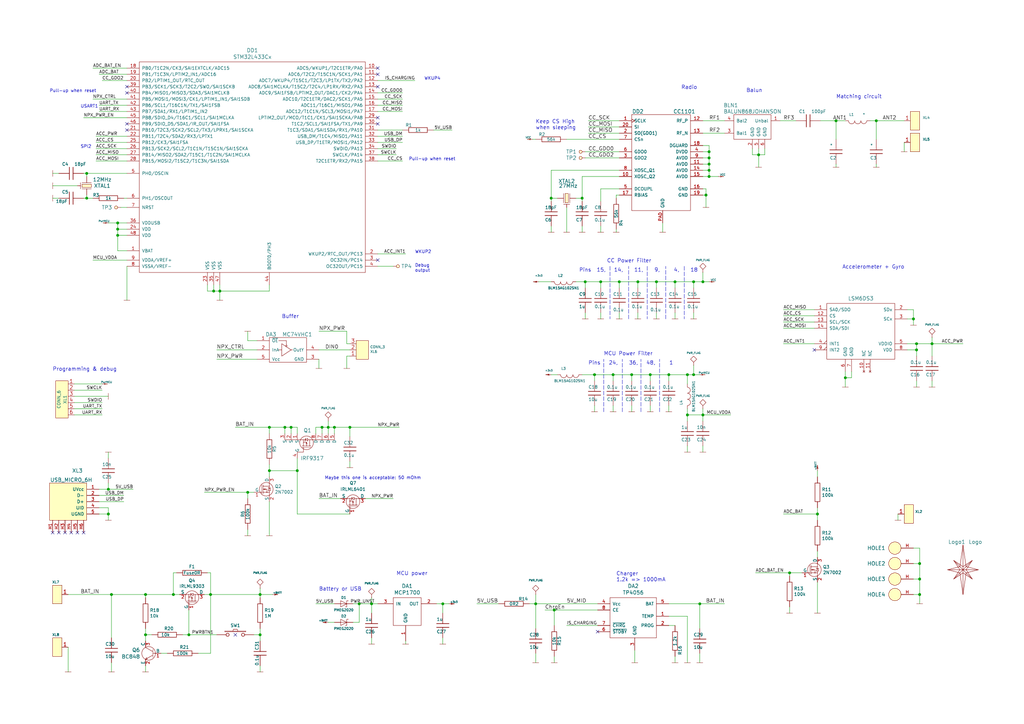
<source format=kicad_sch>
(kicad_sch (version 20210126) (generator eeschema)
  (paper "A3")
  (junction (at 35.56 71.12) (diameter 1.016))
  (junction (at 35.56 81.28) (diameter 1.016))
  (junction (at 44.45 200.66) (diameter 1.016))
  (junction (at 44.45 210.82) (diameter 1.016))
  (junction (at 45.72 243.84) (diameter 1.016))
  (junction (at 48.26 91.44) (diameter 1.016))
  (junction (at 48.26 93.98) (diameter 1.016))
  (junction (at 48.26 96.52) (diameter 1.016))
  (junction (at 59.69 243.84) (diameter 1.016))
  (junction (at 59.69 260.35) (diameter 1.016))
  (junction (at 71.12 243.84) (diameter 1.016))
  (junction (at 77.47 260.35) (diameter 1.016))
  (junction (at 86.36 243.84) (diameter 1.016))
  (junction (at 87.63 119.38) (diameter 1.016))
  (junction (at 90.17 119.38) (diameter 1.016))
  (junction (at 101.6 201.93) (diameter 1.016))
  (junction (at 106.68 243.84) (diameter 1.016))
  (junction (at 106.68 260.35) (diameter 1.016))
  (junction (at 110.49 175.26) (diameter 1.016))
  (junction (at 110.49 193.04) (diameter 1.016))
  (junction (at 116.84 175.26) (diameter 1.016))
  (junction (at 119.38 175.26) (diameter 1.016))
  (junction (at 121.92 193.04) (diameter 1.016))
  (junction (at 132.08 175.26) (diameter 1.016))
  (junction (at 134.62 175.26) (diameter 1.016))
  (junction (at 137.16 175.26) (diameter 1.016))
  (junction (at 143.51 175.26) (diameter 1.016))
  (junction (at 147.32 247.65) (diameter 1.016))
  (junction (at 152.4 247.65) (diameter 1.016))
  (junction (at 181.61 247.65) (diameter 1.016))
  (junction (at 219.71 247.65) (diameter 1.016))
  (junction (at 226.06 81.28) (diameter 1.016))
  (junction (at 227.33 250.19) (diameter 1.016))
  (junction (at 238.76 81.28) (diameter 1.016))
  (junction (at 240.03 115.57) (diameter 1.016))
  (junction (at 243.84 153.67) (diameter 1.016))
  (junction (at 246.38 115.57) (diameter 1.016))
  (junction (at 251.46 153.67) (diameter 1.016))
  (junction (at 254 115.57) (diameter 1.016))
  (junction (at 259.08 153.67) (diameter 1.016))
  (junction (at 261.62 115.57) (diameter 1.016))
  (junction (at 266.7 153.67) (diameter 1.016))
  (junction (at 269.24 115.57) (diameter 1.016))
  (junction (at 274.32 153.67) (diameter 1.016))
  (junction (at 276.86 115.57) (diameter 1.016))
  (junction (at 281.94 153.67) (diameter 1.016))
  (junction (at 281.94 170.18) (diameter 1.016))
  (junction (at 284.48 115.57) (diameter 1.016))
  (junction (at 284.48 153.67) (diameter 1.016))
  (junction (at 287.02 247.65) (diameter 1.016))
  (junction (at 288.29 115.57) (diameter 1.016))
  (junction (at 288.29 170.18) (diameter 1.016))
  (junction (at 289.56 80.01) (diameter 1.016))
  (junction (at 290.83 62.23) (diameter 1.016))
  (junction (at 290.83 64.77) (diameter 1.016))
  (junction (at 290.83 67.31) (diameter 1.016))
  (junction (at 290.83 69.85) (diameter 1.016))
  (junction (at 290.83 72.39) (diameter 1.016))
  (junction (at 311.15 63.5) (diameter 1.016))
  (junction (at 323.85 234.95) (diameter 1.016))
  (junction (at 335.28 210.82) (diameter 1.016))
  (junction (at 342.9 49.53) (diameter 1.016))
  (junction (at 346.71 154.94) (diameter 1.016))
  (junction (at 359.41 49.53) (diameter 1.016))
  (junction (at 374.65 130.81) (diameter 1.016))
  (junction (at 375.92 140.97) (diameter 1.016))
  (junction (at 375.92 143.51) (diameter 1.016))
  (junction (at 377.19 231.14) (diameter 1.016))
  (junction (at 377.19 237.49) (diameter 1.016))
  (junction (at 377.19 243.84) (diameter 1.016))
  (junction (at 382.27 140.97) (diameter 1.016))
  (no_connect (at 21.59 218.44))
  (no_connect (at 24.13 218.44))
  (no_connect (at 26.67 218.44))
  (no_connect (at 29.21 218.44))
  (no_connect (at 31.75 218.44))
  (no_connect (at 34.29 218.44))
  (no_connect (at 52.07 35.56))
  (no_connect (at 52.07 38.1))
  (no_connect (at 52.07 50.8))
  (no_connect (at 52.07 53.34))
  (no_connect (at 96.52 260.35))
  (no_connect (at 154.94 27.94))
  (no_connect (at 154.94 30.48))
  (no_connect (at 154.94 35.56))
  (no_connect (at 154.94 48.26))
  (no_connect (at 154.94 50.8))
  (no_connect (at 154.94 106.68))
  (no_connect (at 245.11 259.08))
  (no_connect (at 334.01 143.51))
  (wire (pts (xy 24.13 71.12) (xy 21.59 71.12)))
  (wire (pts (xy 24.13 81.28) (xy 21.59 81.28)))
  (wire (pts (xy 27.94 243.84) (xy 45.72 243.84)))
  (wire (pts (xy 27.94 265.43) (xy 27.94 275.59)))
  (wire (pts (xy 30.48 157.48) (xy 41.91 157.48)))
  (wire (pts (xy 30.48 162.56) (xy 44.45 162.56)))
  (wire (pts (xy 30.48 165.1) (xy 41.91 165.1)))
  (wire (pts (xy 30.48 167.64) (xy 41.91 167.64)))
  (wire (pts (xy 30.48 170.18) (xy 41.91 170.18)))
  (wire (pts (xy 31.75 76.2) (xy 21.59 76.2)))
  (wire (pts (xy 34.29 48.26) (xy 52.07 48.26)))
  (wire (pts (xy 34.29 81.28) (xy 35.56 81.28)))
  (wire (pts (xy 35.56 71.12) (xy 34.29 71.12)))
  (wire (pts (xy 35.56 71.12) (xy 35.56 72.39)))
  (wire (pts (xy 35.56 71.12) (xy 52.07 71.12)))
  (wire (pts (xy 35.56 80.01) (xy 35.56 81.28)))
  (wire (pts (xy 35.56 81.28) (xy 38.1 81.28)))
  (wire (pts (xy 38.1 27.94) (xy 52.07 27.94)))
  (wire (pts (xy 38.1 40.64) (xy 52.07 40.64)))
  (wire (pts (xy 38.1 106.68) (xy 52.07 106.68)))
  (wire (pts (xy 39.37 58.42) (xy 52.07 58.42)))
  (wire (pts (xy 39.37 60.96) (xy 52.07 60.96)))
  (wire (pts (xy 39.37 63.5) (xy 52.07 63.5)))
  (wire (pts (xy 40.64 30.48) (xy 52.07 30.48)))
  (wire (pts (xy 40.64 43.18) (xy 52.07 43.18)))
  (wire (pts (xy 40.64 200.66) (xy 44.45 200.66)))
  (wire (pts (xy 40.64 205.74) (xy 50.8 205.74)))
  (wire (pts (xy 40.64 208.28) (xy 44.45 208.28)))
  (wire (pts (xy 41.91 33.02) (xy 52.07 33.02)))
  (wire (pts (xy 41.91 160.02) (xy 30.48 160.02)))
  (wire (pts (xy 44.45 91.44) (xy 48.26 91.44)))
  (wire (pts (xy 44.45 187.96) (xy 44.45 185.42)))
  (wire (pts (xy 44.45 198.12) (xy 44.45 200.66)))
  (wire (pts (xy 44.45 200.66) (xy 54.61 200.66)))
  (wire (pts (xy 44.45 208.28) (xy 44.45 210.82)))
  (wire (pts (xy 44.45 210.82) (xy 40.64 210.82)))
  (wire (pts (xy 44.45 210.82) (xy 44.45 213.36)))
  (wire (pts (xy 45.72 243.84) (xy 45.72 261.62)))
  (wire (pts (xy 45.72 243.84) (xy 59.69 243.84)))
  (wire (pts (xy 45.72 275.59) (xy 45.72 271.78)))
  (wire (pts (xy 48.26 91.44) (xy 52.07 91.44)))
  (wire (pts (xy 48.26 93.98) (xy 48.26 91.44)))
  (wire (pts (xy 48.26 96.52) (xy 48.26 93.98)))
  (wire (pts (xy 48.26 102.87) (xy 48.26 96.52)))
  (wire (pts (xy 49.53 85.09) (xy 52.07 85.09)))
  (wire (pts (xy 50.8 81.28) (xy 52.07 81.28)))
  (wire (pts (xy 50.8 203.2) (xy 40.64 203.2)))
  (wire (pts (xy 52.07 45.72) (xy 40.64 45.72)))
  (wire (pts (xy 52.07 55.88) (xy 39.37 55.88)))
  (wire (pts (xy 52.07 66.04) (xy 39.37 66.04)))
  (wire (pts (xy 52.07 93.98) (xy 48.26 93.98)))
  (wire (pts (xy 52.07 96.52) (xy 48.26 96.52)))
  (wire (pts (xy 52.07 102.87) (xy 48.26 102.87)))
  (wire (pts (xy 52.07 123.19) (xy 52.07 109.22)))
  (wire (pts (xy 59.69 243.84) (xy 71.12 243.84)))
  (wire (pts (xy 59.69 245.11) (xy 59.69 243.84)))
  (wire (pts (xy 59.69 257.81) (xy 59.69 260.35)))
  (wire (pts (xy 59.69 260.35) (xy 59.69 262.89)))
  (wire (pts (xy 59.69 260.35) (xy 62.23 260.35)))
  (wire (pts (xy 59.69 275.59) (xy 59.69 273.05)))
  (wire (pts (xy 66.04 267.97) (xy 68.58 267.97)))
  (wire (pts (xy 71.12 234.95) (xy 71.12 243.84)))
  (wire (pts (xy 71.12 243.84) (xy 73.66 243.84)))
  (wire (pts (xy 72.39 234.95) (xy 71.12 234.95)))
  (wire (pts (xy 74.93 260.35) (xy 77.47 260.35)))
  (wire (pts (xy 77.47 250.19) (xy 77.47 260.35)))
  (wire (pts (xy 77.47 260.35) (xy 88.9 260.35)))
  (wire (pts (xy 81.28 267.97) (xy 86.36 267.97)))
  (wire (pts (xy 83.82 201.93) (xy 101.6 201.93)))
  (wire (pts (xy 83.82 243.84) (xy 86.36 243.84)))
  (wire (pts (xy 85.09 116.84) (xy 85.09 119.38)))
  (wire (pts (xy 85.09 119.38) (xy 87.63 119.38)))
  (wire (pts (xy 85.09 234.95) (xy 86.36 234.95)))
  (wire (pts (xy 86.36 234.95) (xy 86.36 243.84)))
  (wire (pts (xy 86.36 243.84) (xy 106.68 243.84)))
  (wire (pts (xy 86.36 267.97) (xy 86.36 243.84)))
  (wire (pts (xy 87.63 116.84) (xy 87.63 119.38)))
  (wire (pts (xy 87.63 119.38) (xy 90.17 119.38)))
  (wire (pts (xy 88.9 143.51) (xy 105.41 143.51)))
  (wire (pts (xy 88.9 147.32) (xy 105.41 147.32)))
  (wire (pts (xy 90.17 119.38) (xy 90.17 116.84)))
  (wire (pts (xy 90.17 119.38) (xy 110.49 119.38)))
  (wire (pts (xy 90.17 123.19) (xy 90.17 119.38)))
  (wire (pts (xy 96.52 175.26) (xy 110.49 175.26)))
  (wire (pts (xy 101.6 139.7) (xy 101.6 135.89)))
  (wire (pts (xy 101.6 201.93) (xy 101.6 204.47)))
  (wire (pts (xy 101.6 219.71) (xy 101.6 217.17)))
  (wire (pts (xy 104.14 201.93) (xy 101.6 201.93)))
  (wire (pts (xy 104.14 260.35) (xy 106.68 260.35)))
  (wire (pts (xy 105.41 139.7) (xy 101.6 139.7)))
  (wire (pts (xy 106.68 241.3) (xy 106.68 243.84)))
  (wire (pts (xy 106.68 243.84) (xy 106.68 245.11)))
  (wire (pts (xy 106.68 243.84) (xy 111.76 243.84)))
  (wire (pts (xy 106.68 257.81) (xy 106.68 260.35)))
  (wire (pts (xy 106.68 260.35) (xy 106.68 262.89)))
  (wire (pts (xy 106.68 275.59) (xy 106.68 273.05)))
  (wire (pts (xy 110.49 119.38) (xy 110.49 116.84)))
  (wire (pts (xy 110.49 175.26) (xy 110.49 177.8)))
  (wire (pts (xy 110.49 175.26) (xy 116.84 175.26)))
  (wire (pts (xy 110.49 190.5) (xy 110.49 193.04)))
  (wire (pts (xy 110.49 193.04) (xy 110.49 195.58)))
  (wire (pts (xy 110.49 219.71) (xy 110.49 205.74)))
  (wire (pts (xy 116.84 175.26) (xy 116.84 177.8)))
  (wire (pts (xy 116.84 175.26) (xy 119.38 175.26)))
  (wire (pts (xy 119.38 175.26) (xy 119.38 177.8)))
  (wire (pts (xy 119.38 175.26) (xy 121.92 175.26)))
  (wire (pts (xy 121.92 175.26) (xy 121.92 177.8)))
  (wire (pts (xy 121.92 187.96) (xy 121.92 193.04)))
  (wire (pts (xy 121.92 193.04) (xy 110.49 193.04)))
  (wire (pts (xy 121.92 210.82) (xy 121.92 193.04)))
  (wire (pts (xy 129.54 175.26) (xy 132.08 175.26)))
  (wire (pts (xy 129.54 177.8) (xy 129.54 175.26)))
  (wire (pts (xy 129.54 247.65) (xy 137.16 247.65)))
  (wire (pts (xy 130.81 135.89) (xy 142.24 135.89)))
  (wire (pts (xy 130.81 147.32) (xy 130.81 151.13)))
  (wire (pts (xy 130.81 204.47) (xy 139.7 204.47)))
  (wire (pts (xy 132.08 175.26) (xy 132.08 177.8)))
  (wire (pts (xy 132.08 175.26) (xy 134.62 175.26)))
  (wire (pts (xy 134.62 172.72) (xy 134.62 175.26)))
  (wire (pts (xy 134.62 175.26) (xy 134.62 177.8)))
  (wire (pts (xy 134.62 175.26) (xy 137.16 175.26)))
  (wire (pts (xy 137.16 175.26) (xy 137.16 177.8)))
  (wire (pts (xy 137.16 175.26) (xy 143.51 175.26)))
  (wire (pts (xy 137.16 255.27) (xy 134.62 255.27)))
  (wire (pts (xy 142.24 135.89) (xy 142.24 140.97)))
  (wire (pts (xy 142.24 140.97) (xy 143.51 140.97)))
  (wire (pts (xy 142.24 146.05) (xy 142.24 151.13)))
  (wire (pts (xy 142.24 146.05) (xy 143.51 146.05)))
  (wire (pts (xy 143.51 143.51) (xy 130.81 143.51)))
  (wire (pts (xy 143.51 175.26) (xy 163.83 175.26)))
  (wire (pts (xy 143.51 179.07) (xy 143.51 175.26)))
  (wire (pts (xy 143.51 189.23) (xy 143.51 191.77)))
  (wire (pts (xy 143.51 210.82) (xy 121.92 210.82)))
  (wire (pts (xy 144.78 247.65) (xy 147.32 247.65)))
  (wire (pts (xy 144.78 255.27) (xy 147.32 255.27)))
  (wire (pts (xy 147.32 247.65) (xy 152.4 247.65)))
  (wire (pts (xy 147.32 255.27) (xy 147.32 247.65)))
  (wire (pts (xy 149.86 204.47) (xy 161.29 204.47)))
  (wire (pts (xy 152.4 247.65) (xy 152.4 245.11)))
  (wire (pts (xy 152.4 247.65) (xy 152.4 251.46)))
  (wire (pts (xy 152.4 247.65) (xy 154.94 247.65)))
  (wire (pts (xy 152.4 261.62) (xy 152.4 264.16)))
  (wire (pts (xy 154.94 40.64) (xy 165.1 40.64)))
  (wire (pts (xy 154.94 45.72) (xy 165.1 45.72)))
  (wire (pts (xy 154.94 53.34) (xy 165.1 53.34)))
  (wire (pts (xy 154.94 58.42) (xy 165.1 58.42)))
  (wire (pts (xy 154.94 60.96) (xy 162.56 60.96)))
  (wire (pts (xy 154.94 63.5) (xy 162.56 63.5)))
  (wire (pts (xy 161.29 109.22) (xy 154.94 109.22)))
  (wire (pts (xy 165.1 38.1) (xy 154.94 38.1)))
  (wire (pts (xy 165.1 43.18) (xy 154.94 43.18)))
  (wire (pts (xy 165.1 55.88) (xy 154.94 55.88)))
  (wire (pts (xy 165.1 66.04) (xy 154.94 66.04)))
  (wire (pts (xy 166.37 104.14) (xy 154.94 104.14)))
  (wire (pts (xy 166.37 264.16) (xy 166.37 262.89)))
  (wire (pts (xy 170.18 33.02) (xy 154.94 33.02)))
  (wire (pts (xy 177.8 53.34) (xy 185.42 53.34)))
  (wire (pts (xy 179.07 247.65) (xy 181.61 247.65)))
  (wire (pts (xy 181.61 247.65) (xy 181.61 251.46)))
  (wire (pts (xy 181.61 247.65) (xy 184.15 247.65)))
  (wire (pts (xy 181.61 261.62) (xy 181.61 264.16)))
  (wire (pts (xy 195.58 247.65) (xy 204.47 247.65)))
  (wire (pts (xy 217.17 247.65) (xy 219.71 247.65)))
  (wire (pts (xy 218.44 57.15) (xy 219.71 57.15)))
  (wire (pts (xy 219.71 243.84) (xy 219.71 247.65)))
  (wire (pts (xy 219.71 247.65) (xy 219.71 257.81)))
  (wire (pts (xy 219.71 247.65) (xy 245.11 247.65)))
  (wire (pts (xy 219.71 271.78) (xy 219.71 267.97)))
  (wire (pts (xy 220.98 115.57) (xy 226.06 115.57)))
  (wire (pts (xy 223.52 250.19) (xy 227.33 250.19)))
  (wire (pts (xy 226.06 69.85) (xy 226.06 81.28)))
  (wire (pts (xy 226.06 81.28) (xy 226.06 82.55)))
  (wire (pts (xy 226.06 92.71) (xy 226.06 95.25)))
  (wire (pts (xy 226.06 153.67) (xy 228.6 153.67)))
  (wire (pts (xy 227.33 250.19) (xy 245.11 250.19)))
  (wire (pts (xy 227.33 256.54) (xy 227.33 250.19)))
  (wire (pts (xy 227.33 269.24) (xy 227.33 271.78)))
  (wire (pts (xy 228.6 81.28) (xy 226.06 81.28)))
  (wire (pts (xy 232.41 57.15) (xy 254 57.15)))
  (wire (pts (xy 232.41 85.09) (xy 232.41 95.25)))
  (wire (pts (xy 232.41 256.54) (xy 245.11 256.54)))
  (wire (pts (xy 236.22 81.28) (xy 238.76 81.28)))
  (wire (pts (xy 236.22 115.57) (xy 240.03 115.57)))
  (wire (pts (xy 238.76 72.39) (xy 254 72.39)))
  (wire (pts (xy 238.76 81.28) (xy 238.76 72.39)))
  (wire (pts (xy 238.76 82.55) (xy 238.76 81.28)))
  (wire (pts (xy 238.76 92.71) (xy 238.76 95.25)))
  (wire (pts (xy 238.76 153.67) (xy 243.84 153.67)))
  (wire (pts (xy 240.03 62.23) (xy 254 62.23)))
  (wire (pts (xy 240.03 64.77) (xy 254 64.77)))
  (wire (pts (xy 240.03 115.57) (xy 246.38 115.57)))
  (wire (pts (xy 240.03 118.11) (xy 240.03 115.57)))
  (wire (pts (xy 240.03 128.27) (xy 240.03 130.81)))
  (wire (pts (xy 241.3 49.53) (xy 254 49.53)))
  (wire (pts (xy 241.3 52.07) (xy 254 52.07)))
  (wire (pts (xy 241.3 54.61) (xy 254 54.61)))
  (wire (pts (xy 243.84 153.67) (xy 251.46 153.67)))
  (wire (pts (xy 243.84 156.21) (xy 243.84 153.67)))
  (wire (pts (xy 243.84 166.37) (xy 243.84 168.91)))
  (wire (pts (xy 246.38 77.47) (xy 246.38 82.55)))
  (wire (pts (xy 246.38 92.71) (xy 246.38 95.25)))
  (wire (pts (xy 246.38 115.57) (xy 254 115.57)))
  (wire (pts (xy 246.38 118.11) (xy 246.38 115.57)))
  (wire (pts (xy 246.38 128.27) (xy 246.38 130.81)))
  (wire (pts (xy 251.46 153.67) (xy 259.08 153.67)))
  (wire (pts (xy 251.46 156.21) (xy 251.46 153.67)))
  (wire (pts (xy 251.46 166.37) (xy 251.46 168.91)))
  (wire (pts (xy 252.73 80.01) (xy 254 80.01)))
  (wire (pts (xy 252.73 81.28) (xy 252.73 80.01)))
  (wire (pts (xy 252.73 93.98) (xy 252.73 95.25)))
  (wire (pts (xy 254 69.85) (xy 226.06 69.85)))
  (wire (pts (xy 254 77.47) (xy 246.38 77.47)))
  (wire (pts (xy 254 115.57) (xy 261.62 115.57)))
  (wire (pts (xy 254 118.11) (xy 254 115.57)))
  (wire (pts (xy 254 128.27) (xy 254 130.81)))
  (wire (pts (xy 259.08 153.67) (xy 266.7 153.67)))
  (wire (pts (xy 259.08 156.21) (xy 259.08 153.67)))
  (wire (pts (xy 259.08 166.37) (xy 259.08 168.91)))
  (wire (pts (xy 260.35 266.7) (xy 260.35 271.78)))
  (wire (pts (xy 261.62 115.57) (xy 269.24 115.57)))
  (wire (pts (xy 261.62 118.11) (xy 261.62 115.57)))
  (wire (pts (xy 261.62 128.27) (xy 261.62 130.81)))
  (wire (pts (xy 266.7 153.67) (xy 274.32 153.67)))
  (wire (pts (xy 266.7 156.21) (xy 266.7 153.67)))
  (wire (pts (xy 266.7 166.37) (xy 266.7 168.91)))
  (wire (pts (xy 269.24 115.57) (xy 276.86 115.57)))
  (wire (pts (xy 269.24 118.11) (xy 269.24 115.57)))
  (wire (pts (xy 269.24 128.27) (xy 269.24 130.81)))
  (wire (pts (xy 271.78 91.44) (xy 271.78 95.25)))
  (wire (pts (xy 274.32 153.67) (xy 281.94 153.67)))
  (wire (pts (xy 274.32 156.21) (xy 274.32 153.67)))
  (wire (pts (xy 274.32 166.37) (xy 274.32 168.91)))
  (wire (pts (xy 274.32 247.65) (xy 287.02 247.65)))
  (wire (pts (xy 274.32 256.54) (xy 276.86 256.54)))
  (wire (pts (xy 276.86 115.57) (xy 284.48 115.57)))
  (wire (pts (xy 276.86 118.11) (xy 276.86 115.57)))
  (wire (pts (xy 276.86 128.27) (xy 276.86 130.81)))
  (wire (pts (xy 276.86 271.78) (xy 276.86 269.24)))
  (wire (pts (xy 281.94 153.67) (xy 284.48 153.67)))
  (wire (pts (xy 281.94 157.48) (xy 281.94 153.67)))
  (wire (pts (xy 281.94 167.64) (xy 281.94 170.18)))
  (wire (pts (xy 281.94 170.18) (xy 281.94 172.72)))
  (wire (pts (xy 281.94 170.18) (xy 288.29 170.18)))
  (wire (pts (xy 281.94 182.88) (xy 281.94 185.42)))
  (wire (pts (xy 281.94 252.73) (xy 274.32 252.73)))
  (wire (pts (xy 281.94 252.73) (xy 281.94 271.78)))
  (wire (pts (xy 284.48 115.57) (xy 288.29 115.57)))
  (wire (pts (xy 284.48 118.11) (xy 284.48 115.57)))
  (wire (pts (xy 284.48 128.27) (xy 284.48 130.81)))
  (wire (pts (xy 284.48 153.67) (xy 284.48 149.86)))
  (wire (pts (xy 284.48 153.67) (xy 287.02 153.67)))
  (wire (pts (xy 287.02 247.65) (xy 297.18 247.65)))
  (wire (pts (xy 287.02 257.81) (xy 287.02 247.65)))
  (wire (pts (xy 287.02 271.78) (xy 287.02 267.97)))
  (wire (pts (xy 288.29 49.53) (xy 297.18 49.53)))
  (wire (pts (xy 288.29 59.69) (xy 290.83 59.69)))
  (wire (pts (xy 288.29 62.23) (xy 290.83 62.23)))
  (wire (pts (xy 288.29 64.77) (xy 290.83 64.77)))
  (wire (pts (xy 288.29 67.31) (xy 290.83 67.31)))
  (wire (pts (xy 288.29 69.85) (xy 290.83 69.85)))
  (wire (pts (xy 288.29 72.39) (xy 290.83 72.39)))
  (wire (pts (xy 288.29 80.01) (xy 289.56 80.01)))
  (wire (pts (xy 288.29 115.57) (xy 288.29 111.76)))
  (wire (pts (xy 288.29 115.57) (xy 290.83 115.57)))
  (wire (pts (xy 288.29 167.64) (xy 288.29 170.18)))
  (wire (pts (xy 288.29 170.18) (xy 288.29 172.72)))
  (wire (pts (xy 288.29 170.18) (xy 299.72 170.18)))
  (wire (pts (xy 288.29 182.88) (xy 288.29 185.42)))
  (wire (pts (xy 289.56 77.47) (xy 288.29 77.47)))
  (wire (pts (xy 289.56 80.01) (xy 289.56 77.47)))
  (wire (pts (xy 289.56 85.09) (xy 289.56 80.01)))
  (wire (pts (xy 290.83 59.69) (xy 290.83 62.23)))
  (wire (pts (xy 290.83 62.23) (xy 290.83 64.77)))
  (wire (pts (xy 290.83 64.77) (xy 290.83 67.31)))
  (wire (pts (xy 290.83 67.31) (xy 290.83 69.85)))
  (wire (pts (xy 290.83 69.85) (xy 290.83 72.39)))
  (wire (pts (xy 290.83 72.39) (xy 294.64 72.39)))
  (wire (pts (xy 297.18 54.61) (xy 288.29 54.61)))
  (wire (pts (xy 308.61 60.96) (xy 308.61 63.5)))
  (wire (pts (xy 308.61 63.5) (xy 311.15 63.5)))
  (wire (pts (xy 309.88 234.95) (xy 323.85 234.95)))
  (wire (pts (xy 311.15 60.96) (xy 311.15 63.5)))
  (wire (pts (xy 311.15 63.5) (xy 311.15 68.58)))
  (wire (pts (xy 311.15 63.5) (xy 313.69 63.5)))
  (wire (pts (xy 313.69 63.5) (xy 313.69 60.96)))
  (wire (pts (xy 320.04 49.53) (xy 326.39 49.53)))
  (wire (pts (xy 321.31 127) (xy 334.01 127)))
  (wire (pts (xy 321.31 129.54) (xy 334.01 129.54)))
  (wire (pts (xy 321.31 132.08) (xy 334.01 132.08)))
  (wire (pts (xy 321.31 140.97) (xy 334.01 140.97)))
  (wire (pts (xy 321.31 210.82) (xy 335.28 210.82)))
  (wire (pts (xy 323.85 234.95) (xy 323.85 236.22)))
  (wire (pts (xy 323.85 248.92) (xy 323.85 251.46)))
  (wire (pts (xy 328.93 234.95) (xy 323.85 234.95)))
  (wire (pts (xy 334.01 134.62) (xy 321.31 134.62)))
  (wire (pts (xy 335.28 193.04) (xy 335.28 195.58)))
  (wire (pts (xy 335.28 210.82) (xy 335.28 208.28)))
  (wire (pts (xy 335.28 213.36) (xy 335.28 210.82)))
  (wire (pts (xy 335.28 228.6) (xy 335.28 226.06)))
  (wire (pts (xy 335.28 238.76) (xy 335.28 251.46)))
  (wire (pts (xy 336.55 49.53) (xy 342.9 49.53)))
  (wire (pts (xy 342.9 49.53) (xy 342.9 57.15)))
  (wire (pts (xy 342.9 49.53) (xy 346.71 49.53)))
  (wire (pts (xy 342.9 67.31) (xy 342.9 68.58)))
  (wire (pts (xy 346.71 152.4) (xy 346.71 154.94)))
  (wire (pts (xy 346.71 154.94) (xy 346.71 158.75)))
  (wire (pts (xy 349.25 152.4) (xy 349.25 154.94)))
  (wire (pts (xy 349.25 154.94) (xy 346.71 154.94)))
  (wire (pts (xy 356.87 49.53) (xy 359.41 49.53)))
  (wire (pts (xy 359.41 49.53) (xy 359.41 57.15)))
  (wire (pts (xy 359.41 49.53) (xy 370.84 49.53)))
  (wire (pts (xy 359.41 67.31) (xy 359.41 68.58)))
  (wire (pts (xy 368.3 210.82) (xy 368.3 213.36)))
  (wire (pts (xy 370.84 58.42) (xy 370.84 62.23)))
  (wire (pts (xy 372.11 130.81) (xy 374.65 130.81)))
  (wire (pts (xy 372.11 140.97) (xy 375.92 140.97)))
  (wire (pts (xy 372.11 143.51) (xy 375.92 143.51)))
  (wire (pts (xy 374.65 127) (xy 372.11 127)))
  (wire (pts (xy 374.65 127) (xy 374.65 130.81)))
  (wire (pts (xy 374.65 130.81) (xy 374.65 133.35)))
  (wire (pts (xy 374.65 224.79) (xy 377.19 224.79)))
  (wire (pts (xy 374.65 231.14) (xy 377.19 231.14)))
  (wire (pts (xy 374.65 237.49) (xy 377.19 237.49)))
  (wire (pts (xy 374.65 243.84) (xy 377.19 243.84)))
  (wire (pts (xy 375.92 140.97) (xy 375.92 143.51)))
  (wire (pts (xy 375.92 140.97) (xy 382.27 140.97)))
  (wire (pts (xy 375.92 143.51) (xy 375.92 146.05)))
  (wire (pts (xy 375.92 156.21) (xy 375.92 158.75)))
  (wire (pts (xy 377.19 224.79) (xy 377.19 231.14)))
  (wire (pts (xy 377.19 231.14) (xy 377.19 237.49)))
  (wire (pts (xy 377.19 237.49) (xy 377.19 243.84)))
  (wire (pts (xy 377.19 243.84) (xy 377.19 247.65)))
  (wire (pts (xy 382.27 138.43) (xy 382.27 140.97)))
  (wire (pts (xy 382.27 140.97) (xy 382.27 146.05)))
  (wire (pts (xy 382.27 140.97) (xy 394.97 140.97)))
  (wire (pts (xy 382.27 156.21) (xy 382.27 158.75)))
  (polyline (pts (xy 247.65 168.91) (xy 247.65 147.32)) (stroke (width 0) (type dash)))
  (polyline (pts (xy 250.19 109.22) (xy 250.19 130.81)) (stroke (width 0) (type dash)))
  (polyline (pts (xy 255.27 168.91) (xy 255.27 147.32)) (stroke (width 0) (type dash)))
  (polyline (pts (xy 257.81 130.81) (xy 257.81 109.22)) (stroke (width 0) (type dash)))
  (polyline (pts (xy 262.89 168.91) (xy 262.89 147.32)) (stroke (width 0) (type dash)))
  (polyline (pts (xy 265.43 109.22) (xy 265.43 130.81)) (stroke (width 0) (type dash)))
  (polyline (pts (xy 270.51 168.91) (xy 270.51 147.32)) (stroke (width 0) (type dash)))
  (polyline (pts (xy 273.05 130.81) (xy 273.05 109.22)) (stroke (width 0) (type dash)))
  (polyline (pts (xy 280.67 109.22) (xy 280.67 130.81)) (stroke (width 0) (type dash)))
  (text "Pull-up when reset" (at 20.32 38.1 0) (effects (font (size 1.27 1.27)) (justify left bottom)))
  (text "Programming & debug" (at 21.59 152.4 0) (effects (font (size 1.524 1.524)) (justify left bottom)))
  (text "USART1" (at 33.02 44.45 0) (effects (font (size 1.27 1.27)) (justify left bottom)))
  (text "SPI2" (at 33.02 60.96 0) (effects (font (size 1.27 1.27)) (justify left bottom)))
  (text "Buffer" (at 115.57 130.81 0) (effects (font (size 1.524 1.524)) (justify left bottom)))
  (text "Battery or USB" (at 130.81 242.57 0) (effects (font (size 1.524 1.524)) (justify left bottom)))
  (text "MCU power" (at 162.56 236.22 0) (effects (font (size 1.524 1.524)) (justify left bottom)))
  (text "Pull-up when reset" (at 167.64 66.04 0) (effects (font (size 1.27 1.27)) (justify left bottom)))
  (text "WKUP2" (at 170.18 104.14 0) (effects (font (size 1.27 1.27)) (justify left bottom)))
  (text "Debug \noutput" (at 170.18 111.76 0) (effects (font (size 1.27 1.27)) (justify left bottom)))
  (text "Maybe this one is acceptable: 50 mOhm" (at 172.72 196.85 180) (effects (font (size 1.27 1.27)) (justify right bottom)))
  (text "WKUP4" (at 173.99 33.02 0) (effects (font (size 1.27 1.27)) (justify left bottom)))
  (text "Keep CS High\nwhen sleeping" (at 219.71 53.34 0) (effects (font (size 1.524 1.524)) (justify left bottom)))
  (text "Pins  15,   14,    11,    9,     4,    18" (at 237.49 111.76 0) (effects (font (size 1.524 1.524)) (justify left bottom)))
  (text "Pins   24,    36,   48,     1" (at 241.3 149.86 0) (effects (font (size 1.524 1.524)) (justify left bottom)))
  (text "MCU Power Filter" (at 247.65 146.05 0) (effects (font (size 1.524 1.524)) (justify left bottom)))
  (text "CC Power Filter" (at 248.92 107.95 0) (effects (font (size 1.524 1.524)) (justify left bottom)))
  (text "Charger\n1.2k => 1000mA" (at 252.73 238.76 0) (effects (font (size 1.524 1.524)) (justify left bottom)))
  (text "Radio" (at 279.4 36.83 0) (effects (font (size 1.524 1.524)) (justify left bottom)))
  (text "Balun" (at 306.07 38.1 0) (effects (font (size 1.524 1.524)) (justify left bottom)))
  (text "Matching circuit" (at 342.9 40.64 0) (effects (font (size 1.524 1.524)) (justify left bottom)))
  (text "Accelerometer + Gyro" (at 345.44 110.49 0) (effects (font (size 1.524 1.524)) (justify left bottom)))
  (label "BAT_IN" (at 33.02 243.84 0) (effects (font (size 1.524 1.524))))
  (label "NPX_PWR_EN" (at 34.29 48.26 0))
  (label "ADC_BAT_EN" (at 38.1 27.94 0))
  (label "NPX_CTRL" (at 38.1 40.64 0))
  (label "MCU_VDDA" (at 38.1 106.68 0))
  (label "ACC_PWR" (at 39.37 55.88 0))
  (label "ACC_CS" (at 39.37 58.42 0))
  (label "ACC_SCK" (at 39.37 60.96 0))
  (label "ACC_MISO" (at 39.37 63.5 0))
  (label "ACC_MOSI" (at 39.37 66.04 0))
  (label "ADC_BAT" (at 40.64 30.48 0))
  (label "UART_TX" (at 40.64 43.18 0))
  (label "UART_RX" (at 40.64 45.72 0))
  (label "CC_GDO2" (at 41.91 33.02 0))
  (label "SWCLK" (at 41.91 160.02 180))
  (label "SWDIO" (at 41.91 165.1 180))
  (label "UART_TX" (at 41.91 167.64 180))
  (label "UART_RX" (at 41.91 170.18 180))
  (label "USB_DM" (at 50.8 203.2 180))
  (label "USB_DP" (at 50.8 205.74 180))
  (label "5V_USB" (at 54.61 200.66 180))
  (label "NPX_PWR_EN" (at 83.82 201.93 0))
  (label "PWRBTN1" (at 87.63 260.35 180))
  (label "NPX_CTRL" (at 88.9 143.51 0) (effects (font (size 1.524 1.524))))
  (label "NPX_PWR" (at 88.9 147.32 0) (effects (font (size 1.524 1.524))))
  (label "BAT_IN" (at 96.52 175.26 0) (effects (font (size 1.524 1.524))))
  (label "5V_USB" (at 129.54 247.65 0))
  (label "NPX_PWR" (at 130.81 135.89 0) (effects (font (size 1.524 1.524))))
  (label "BAT_IN" (at 130.81 204.47 0) (effects (font (size 1.524 1.524))))
  (label "DIN0" (at 133.35 143.51 0) (effects (font (size 1.524 1.524))))
  (label "PWR_UNST" (at 153.67 247.65 180))
  (label "NPX_PWR" (at 161.29 204.47 180))
  (label "SWDIO" (at 162.56 60.96 180))
  (label "SWCLK" (at 162.56 63.5 180))
  (label "NPX_PWR" (at 163.83 175.26 180))
  (label "CC_GDO0" (at 165.1 38.1 180))
  (label "CC_SCK" (at 165.1 40.64 180))
  (label "CC_MISO" (at 165.1 43.18 180))
  (label "CC_MOSI" (at 165.1 45.72 180))
  (label "USB_DM" (at 165.1 55.88 180))
  (label "USB_DP" (at 165.1 58.42 180))
  (label "CC_CS" (at 165.1 66.04 180))
  (label "ACC_INT1" (at 166.37 104.14 180))
  (label "IS_CHARGING" (at 170.18 33.02 180))
  (label "5V_USB" (at 185.42 53.34 180))
  (label "5V_USB" (at 195.58 247.65 0) (effects (font (size 1.524 1.524))))
  (label "ChrgEn" (at 223.52 250.19 0) (effects (font (size 1.524 1.524))))
  (label "5V_MID" (at 232.41 247.65 0) (effects (font (size 1.524 1.524))))
  (label "IS_CHARGING" (at 232.41 256.54 0))
  (label "CC_SCK" (at 241.3 49.53 0) (effects (font (size 1.524 1.524))))
  (label "CC_MOSI" (at 241.3 52.07 0) (effects (font (size 1.524 1.524))))
  (label "CC_MISO" (at 241.3 54.61 0) (effects (font (size 1.524 1.524))))
  (label "CC_CS" (at 241.3 57.15 0) (effects (font (size 1.524 1.524))))
  (label "CC_GDO0" (at 241.3 62.23 0) (effects (font (size 1.524 1.524))))
  (label "CC_GDO2" (at 241.3 64.77 0) (effects (font (size 1.524 1.524))))
  (label "RF1" (at 290.83 49.53 0) (effects (font (size 1.524 1.524))))
  (label "RF2" (at 290.83 54.61 0) (effects (font (size 1.524 1.524))))
  (label "BAT_IN" (at 297.18 247.65 180) (effects (font (size 1.524 1.524))))
  (label "MCU_VDDA" (at 299.72 170.18 180))
  (label "ADC_BAT_EN" (at 309.88 234.95 0))
  (label "RF3" (at 321.31 49.53 0) (effects (font (size 1.524 1.524))))
  (label "ACC_MISO" (at 321.31 127 0))
  (label "ACC_CS" (at 321.31 129.54 0))
  (label "ACC_SCK" (at 321.31 132.08 0))
  (label "ACC_MOSI" (at 321.31 134.62 0))
  (label "ACC_INT1" (at 321.31 140.97 0))
  (label "ADC_BAT" (at 321.31 210.82 0))
  (label "ANT1" (at 341.63 49.53 0) (effects (font (size 1.524 1.524))))
  (label "ANT2" (at 361.95 49.53 0) (effects (font (size 1.524 1.524))))
  (label "ACC_PWR" (at 394.97 140.97 180))
  (symbol (lib_id "power:GND") (at 21.59 71.12 270) (unit 1)
    (property "Reference" "#PWR01" (effects hide))
    (property "Value" "GND" (effects hide))
  )
  (symbol (lib_id "power:GND") (at 21.59 76.2 270) (unit 1)
    (property "Reference" "#PWR07" (effects hide))
    (property "Value" "GND" (effects hide))
  )
  (symbol (lib_id "power:GND") (at 21.59 81.28 270) (unit 1)
    (property "Reference" "#PWR09" (effects hide))
    (property "Value" "GND" (effects hide))
  )
  (symbol (lib_id "power:GND") (at 27.94 275.59 0) (unit 1)
    (property "Reference" "#PWR073" (effects hide))
    (property "Value" "GND" (effects hide))
  )
  (symbol (lib_id "power:GND") (at 44.45 162.56 270) (unit 1)
    (property "Reference" "#PWR038" (effects hide))
    (property "Value" "GND" (effects hide))
  )
  (symbol (lib_id "power:GND") (at 44.45 185.42 0) (unit 1)
    (property "Reference" "#PWR051" (effects hide))
    (property "Value" "GND" (effects hide))
  )
  (symbol (lib_id "power:GND") (at 44.45 213.36 0) (unit 1)
    (property "Reference" "#PWR053" (effects hide))
    (property "Value" "GND" (effects hide))
  )
  (symbol (lib_id "power:GND") (at 45.72 275.59 0) (unit 1)
    (property "Reference" "#PWR075" (effects hide))
    (property "Value" "GND" (effects hide))
  )
  (symbol (lib_id "power:GND") (at 52.07 123.19 0) (unit 1)
    (property "Reference" "#PWR021" (effects hide))
    (property "Value" "GND" (effects hide))
  )
  (symbol (lib_id "power:GND") (at 59.69 275.59 0) (unit 1)
    (property "Reference" "#PWR046" (effects hide))
    (property "Value" "GND" (effects hide))
  )
  (symbol (lib_id "power:GND") (at 90.17 123.19 0) (unit 1)
    (property "Reference" "#PWR022" (effects hide))
    (property "Value" "GND" (effects hide))
  )
  (symbol (lib_id "power:GND") (at 101.6 135.89 0) (unit 1)
    (property "Reference" "#PWR0103" (effects hide))
    (property "Value" "GND" (effects hide))
  )
  (symbol (lib_id "power:GND") (at 101.6 219.71 0) (unit 1)
    (property "Reference" "#PWR074" (effects hide))
    (property "Value" "GND" (effects hide))
  )
  (symbol (lib_id "power:GND") (at 106.68 275.59 0) (unit 1)
    (property "Reference" "#PWR058" (effects hide))
    (property "Value" "GND" (effects hide))
  )
  (symbol (lib_id "power:GND") (at 110.49 219.71 0) (unit 1)
    (property "Reference" "#PWR076" (effects hide))
    (property "Value" "GND" (effects hide))
  )
  (symbol (lib_id "power:+BATT") (at 111.76 243.84 0) (unit 1)
    (property "Reference" "#PWR062" (effects hide))
    (property "Value" "+BATT" (at 113.792 243.078 0) (effects (font (size 0.762 0.762))))
  )
  (symbol (lib_id "power:GND") (at 130.81 151.13 0) (unit 1)
    (property "Reference" "#PWR0101" (effects hide))
    (property "Value" "GND" (effects hide))
  )
  (symbol (lib_id "power:+BATT") (at 134.62 255.27 0) (mirror y) (unit 1)
    (property "Reference" "#PWR054" (effects hide))
    (property "Value" "+BATT" (at 132.588 254.508 0) (effects (font (size 0.762 0.762))))
  )
  (symbol (lib_id "power:GND") (at 142.24 151.13 0) (unit 1)
    (property "Reference" "#PWR0102" (effects hide))
    (property "Value" "GND" (effects hide))
  )
  (symbol (lib_id "power:GND") (at 143.51 191.77 0) (unit 1)
    (property "Reference" "#PWR047" (effects hide))
    (property "Value" "GND" (effects hide))
  )
  (symbol (lib_id "power:GND") (at 152.4 264.16 0) (unit 1)
    (property "Reference" "#PWR063" (effects hide))
    (property "Value" "GND" (effects hide))
  )
  (symbol (lib_id "power:GND") (at 166.37 264.16 0) (unit 1)
    (property "Reference" "#PWR064" (effects hide))
    (property "Value" "GND" (effects hide))
  )
  (symbol (lib_id "power:GND") (at 181.61 264.16 0) (unit 1)
    (property "Reference" "#PWR065" (effects hide))
    (property "Value" "GND" (effects hide))
  )
  (symbol (lib_id "power:+3v3") (at 184.15 247.65 0) (unit 1)
    (property "Reference" "#PWR057" (effects hide))
    (property "Value" "+3v3" (at 186.182 246.888 0) (effects (font (size 0.762 0.762))))
  )
  (symbol (lib_id "power:GND") (at 219.71 271.78 0) (unit 1)
    (property "Reference" "#PWR066" (effects hide))
    (property "Value" "GND" (effects hide))
  )
  (symbol (lib_id "power:+3v3") (at 220.98 115.57 0) (mirror y) (unit 1)
    (property "Reference" "#PWR019" (effects hide))
    (property "Value" "+3v3" (at 220.98 113.03 0) (effects (font (size 0.762 0.762))))
  )
  (symbol (lib_id "power:GND") (at 226.06 95.25 0) (unit 1)
    (property "Reference" "#PWR013" (effects hide))
    (property "Value" "GND" (effects hide))
  )
  (symbol (lib_id "power:+3v3") (at 226.06 153.67 0) (mirror y) (unit 1)
    (property "Reference" "#PWR031" (effects hide))
    (property "Value" "+3v3" (at 225.1202 151.9428 0) (effects (font (size 0.762 0.762))))
  )
  (symbol (lib_id "power:GND") (at 227.33 271.78 0) (unit 1)
    (property "Reference" "#PWR067" (effects hide))
    (property "Value" "GND" (effects hide))
  )
  (symbol (lib_id "power:GND") (at 232.41 95.25 0) (unit 1)
    (property "Reference" "#PWR014" (effects hide))
    (property "Value" "GND" (effects hide))
  )
  (symbol (lib_id "power:GND") (at 238.76 95.25 0) (unit 1)
    (property "Reference" "#PWR015" (effects hide))
    (property "Value" "GND" (effects hide))
  )
  (symbol (lib_id "power:GND") (at 240.03 130.81 0) (unit 1)
    (property "Reference" "#PWR023" (effects hide))
    (property "Value" "GND" (effects hide))
  )
  (symbol (lib_id "power:GND") (at 243.84 168.91 0) (unit 1)
    (property "Reference" "#PWR041" (effects hide))
    (property "Value" "GND" (effects hide))
  )
  (symbol (lib_id "power:GND") (at 246.38 95.25 0) (unit 1)
    (property "Reference" "#PWR016" (effects hide))
    (property "Value" "GND" (effects hide))
  )
  (symbol (lib_id "power:GND") (at 246.38 130.81 0) (unit 1)
    (property "Reference" "#PWR024" (effects hide))
    (property "Value" "GND" (effects hide))
  )
  (symbol (lib_id "power:GND") (at 251.46 168.91 0) (unit 1)
    (property "Reference" "#PWR042" (effects hide))
    (property "Value" "GND" (effects hide))
  )
  (symbol (lib_id "power:GND") (at 252.73 95.25 0) (unit 1)
    (property "Reference" "#PWR017" (effects hide))
    (property "Value" "GND" (effects hide))
  )
  (symbol (lib_id "power:GND") (at 254 130.81 0) (unit 1)
    (property "Reference" "#PWR025" (effects hide))
    (property "Value" "GND" (effects hide))
  )
  (symbol (lib_id "power:GND") (at 259.08 168.91 0) (unit 1)
    (property "Reference" "#PWR043" (effects hide))
    (property "Value" "GND" (effects hide))
  )
  (symbol (lib_id "power:GND") (at 260.35 271.78 0) (unit 1)
    (property "Reference" "#PWR068" (effects hide))
    (property "Value" "GND" (effects hide))
  )
  (symbol (lib_id "power:GND") (at 261.62 130.81 0) (unit 1)
    (property "Reference" "#PWR026" (effects hide))
    (property "Value" "GND" (effects hide))
  )
  (symbol (lib_id "power:GND") (at 266.7 168.91 0) (unit 1)
    (property "Reference" "#PWR044" (effects hide))
    (property "Value" "GND" (effects hide))
  )
  (symbol (lib_id "power:GND") (at 269.24 130.81 0) (unit 1)
    (property "Reference" "#PWR027" (effects hide))
    (property "Value" "GND" (effects hide))
  )
  (symbol (lib_id "power:GND") (at 271.78 95.25 0) (unit 1)
    (property "Reference" "#PWR018" (effects hide))
    (property "Value" "GND" (effects hide))
  )
  (symbol (lib_id "power:GND") (at 274.32 168.91 0) (unit 1)
    (property "Reference" "#PWR045" (effects hide))
    (property "Value" "GND" (effects hide))
  )
  (symbol (lib_id "power:GND") (at 276.86 130.81 0) (unit 1)
    (property "Reference" "#PWR028" (effects hide))
    (property "Value" "GND" (effects hide))
  )
  (symbol (lib_id "power:GND") (at 276.86 271.78 0) (unit 1)
    (property "Reference" "#PWR069" (effects hide))
    (property "Value" "GND" (effects hide))
  )
  (symbol (lib_id "power:GND") (at 281.94 185.42 0) (unit 1)
    (property "Reference" "#PWR048" (effects hide))
    (property "Value" "GND" (effects hide))
  )
  (symbol (lib_id "power:GND") (at 281.94 271.78 0) (unit 1)
    (property "Reference" "#PWR070" (effects hide))
    (property "Value" "GND" (effects hide))
  )
  (symbol (lib_id "power:GND") (at 284.48 130.81 0) (unit 1)
    (property "Reference" "#PWR029" (effects hide))
    (property "Value" "GND" (effects hide))
  )
  (symbol (lib_id "power:GND") (at 287.02 271.78 0) (unit 1)
    (property "Reference" "#PWR071" (effects hide))
    (property "Value" "GND" (effects hide))
  )
  (symbol (lib_id "power:GND") (at 288.29 185.42 0) (unit 1)
    (property "Reference" "#PWR049" (effects hide))
    (property "Value" "GND" (effects hide))
  )
  (symbol (lib_id "power:GND") (at 289.56 85.09 0) (unit 1)
    (property "Reference" "#PWR011" (effects hide))
    (property "Value" "GND" (effects hide))
  )
  (symbol (lib_id "power:GND") (at 311.15 68.58 0) (unit 1)
    (property "Reference" "#PWR04" (effects hide))
    (property "Value" "GND" (effects hide))
  )
  (symbol (lib_id "power:GND") (at 323.85 251.46 0) (unit 1)
    (property "Reference" "#PWR060" (effects hide))
    (property "Value" "GND" (effects hide))
  )
  (symbol (lib_id "power:+BATT") (at 335.28 193.04 90) (unit 1)
    (property "Reference" "#PWR050" (effects hide))
    (property "Value" "+BATT" (at 334.518 191.008 0) (effects (font (size 0.762 0.762))))
  )
  (symbol (lib_id "power:GND") (at 335.28 251.46 0) (unit 1)
    (property "Reference" "#PWR061" (effects hide))
    (property "Value" "GND" (effects hide))
  )
  (symbol (lib_id "power:GND") (at 342.9 68.58 0) (unit 1)
    (property "Reference" "#PWR05" (effects hide))
    (property "Value" "GND" (effects hide))
  )
  (symbol (lib_id "power:GND") (at 346.71 158.75 0) (unit 1)
    (property "Reference" "#PWR035" (effects hide))
    (property "Value" "GND" (effects hide))
  )
  (symbol (lib_id "power:GND") (at 359.41 68.58 0) (unit 1)
    (property "Reference" "#PWR06" (effects hide))
    (property "Value" "GND" (effects hide))
  )
  (symbol (lib_id "power:GND") (at 368.3 213.36 0) (unit 1)
    (property "Reference" "#PWR052" (effects hide))
    (property "Value" "GND" (effects hide))
  )
  (symbol (lib_id "power:GND") (at 370.84 62.23 0) (unit 1)
    (property "Reference" "#PWR02" (effects hide))
    (property "Value" "GND" (effects hide))
  )
  (symbol (lib_id "power:GND") (at 374.65 133.35 0) (unit 1)
    (property "Reference" "#PWR030" (effects hide))
    (property "Value" "GND" (effects hide))
  )
  (symbol (lib_id "power:GND") (at 375.92 158.75 0) (unit 1)
    (property "Reference" "#PWR036" (effects hide))
    (property "Value" "GND" (effects hide))
  )
  (symbol (lib_id "power:GND") (at 377.19 247.65 0) (unit 1)
    (property "Reference" "#PWR010" (effects hide))
    (property "Value" "GND" (effects hide))
  )
  (symbol (lib_id "power:GND") (at 382.27 158.75 0) (unit 1)
    (property "Reference" "#PWR037" (effects hide))
    (property "Value" "GND" (effects hide))
  )
  (symbol (lib_id "power:PwrMCU") (at 41.91 157.48 0) (unit 1)
    (property "Reference" "#PWR033" (effects hide))
    (property "Value" "PwrMCU" (at 43.688 156.718 0) (effects (font (size 0.762 0.762))))
  )
  (symbol (lib_id "power:PwrMCU") (at 44.45 91.44 0) (mirror y) (unit 1)
    (property "Reference" "#PWR012" (effects hide))
    (property "Value" "PwrMCU" (at 42.672 90.678 0) (effects (font (size 0.762 0.762))))
  )
  (symbol (lib_id "power:VCC") (at 218.44 57.15 0) (mirror y) (unit 1)
    (property "Reference" "#PWR03" (effects hide))
    (property "Value" "VCC" (at 216.662 56.388 0) (effects (font (size 0.762 0.762))))
  )
  (symbol (lib_id "power:PwrMCU") (at 287.02 153.67 0) (unit 1)
    (property "Reference" "#PWR032" (effects hide))
    (property "Value" "PwrMCU" (at 288.798 152.908 0) (effects (font (size 0.762 0.762))))
  )
  (symbol (lib_id "power:VCC") (at 290.83 115.57 0) (unit 1)
    (property "Reference" "#PWR020" (effects hide))
    (property "Value" "VCC" (at 292.608 114.808 0) (effects (font (size 0.762 0.762))))
  )
  (symbol (lib_id "power:VCC") (at 294.64 72.39 0) (unit 1)
    (property "Reference" "#PWR08" (effects hide))
    (property "Value" "VCC" (at 296.418 71.628 0) (effects (font (size 0.762 0.762))))
  )
  (symbol (lib_id "pcb_details:TESTPOINT") (at 49.53 85.09 0) (unit 1)
    (property "Reference" "TP3" (at 43.815 85.09 0) (effects (font (size 1.524 1.524))))
    (property "Value" "TESTPOINT" (effects hide))
    (property "Footprint" "PCB:TESTPOINT_1MM" (effects hide))
    (property "Price" "0" (effects hide))
    (property "SolderPoints" "0" (effects hide))
  )
  (symbol (lib_id "pcb_details:TESTPOINT") (at 161.29 109.22 0) (mirror y) (unit 1)
    (property "Reference" "TP4" (at 164.5412 109.22 0) (effects (font (size 1.524 1.524)) (justify right)))
    (property "Value" "TESTPOINT" (effects hide))
    (property "Footprint" "PCB:TESTPOINT_1MM" (effects hide))
    (property "Price" "0" (effects hide))
    (property "SolderPoints" "0" (effects hide))
  )
  (symbol (lib_id "pcb_details:TESTPOINT") (at 240.03 62.23 0) (unit 1)
    (property "Reference" "TP1" (at 234.315 62.23 0) (effects (font (size 1.524 1.524))))
    (property "Value" "TESTPOINT" (effects hide))
    (property "Footprint" "PCB:TESTPOINT_1MM" (effects hide))
    (property "Price" "0" (effects hide))
    (property "SolderPoints" "0" (effects hide))
  )
  (symbol (lib_id "pcb_details:TESTPOINT") (at 240.03 64.77 0) (unit 1)
    (property "Reference" "TP2" (at 234.315 64.77 0) (effects (font (size 1.524 1.524))))
    (property "Value" "TESTPOINT" (effects hide))
    (property "Footprint" "PCB:TESTPOINT_1MM" (effects hide))
    (property "Price" "0" (effects hide))
    (property "SolderPoints" "0" (effects hide))
  )
  (symbol (lib_id "power:PWR_FLAG") (at 106.68 241.3 0) (unit 1)
    (property "Reference" "#FLG0102" (effects hide))
    (property "Value" "PWR_FLAG" (at 106.68 234.95 0) (effects (font (size 0.762 0.762))))
  )
  (symbol (lib_id "power:PWR_FLAG") (at 134.62 172.72 0) (unit 1)
    (property "Reference" "#FLG07" (effects hide))
    (property "Value" "PWR_FLAG" (at 134.62 167.4368 0) (effects (font (size 0.762 0.762))))
  )
  (symbol (lib_id "power:PWR_FLAG") (at 152.4 245.11 0) (unit 1)
    (property "Reference" "#FLG06" (effects hide))
    (property "Value" "PWR_FLAG" (at 152.4 239.268 0) (effects (font (size 0.762 0.762))))
  )
  (symbol (lib_id "power:PWR_FLAG") (at 219.71 243.84 0) (unit 1)
    (property "Reference" "#FLG05" (effects hide))
    (property "Value" "PWR_FLAG" (at 219.71 237.998 0) (effects (font (size 0.762 0.762))))
  )
  (symbol (lib_id "power:PWR_FLAG") (at 284.48 149.86 0) (unit 1)
    (property "Reference" "#FLG03" (effects hide))
    (property "Value" "PWR_FLAG" (at 284.48 144.78 0) (effects (font (size 0.762 0.762))))
  )
  (symbol (lib_id "power:PWR_FLAG") (at 288.29 111.76 0) (unit 1)
    (property "Reference" "#FLG01" (effects hide))
    (property "Value" "PWR_FLAG" (at 288.29 106.68 0) (effects (font (size 0.762 0.762))))
  )
  (symbol (lib_id "power:PWR_FLAG") (at 288.29 167.64 0) (unit 1)
    (property "Reference" "#FLG04" (effects hide))
    (property "Value" "PWR_FLAG" (at 288.29 162.3568 0) (effects (font (size 0.762 0.762))))
  )
  (symbol (lib_id "power:PWR_FLAG") (at 382.27 138.43 0) (unit 1)
    (property "Reference" "#FLG02" (effects hide))
    (property "Value" "PWR_FLAG" (at 382.27 133.1468 0) (effects (font (size 0.762 0.762))))
  )
  (symbol (lib_id "Tittar_kl:L") (at 231.14 115.57 270) (mirror x) (unit 1)
    (property "Reference" "L2" (at 229.87 113.03 90) (effects (font (size 1.016 1.016))))
    (property "Value" "BLM15AG102SN1" (at 231.14 118.11 90) (effects (font (size 1.016 1.016))))
    (property "Footprint" "Inductors:IND_0402" (effects hide))
  )
  (symbol (lib_id "Tittar_kl:L") (at 233.68 153.67 270) (mirror x) (unit 1)
    (property "Reference" "L3" (at 231.14 151.13 90) (effects (font (size 1.016 1.016))))
    (property "Value" "BLM15AG102SN1" (at 233.68 156.21 90) (effects (font (size 1.016 1.016))))
    (property "Footprint" "Inductors:IND_0402" (effects hide))
  )
  (symbol (lib_id "Tittar_kl:L") (at 281.94 162.56 0) (mirror y) (unit 1)
    (property "Reference" "L4" (at 279.4 165.1 90) (effects (font (size 1.016 1.016))))
    (property "Value" "BLM15AG102SN1" (at 284.48 162.56 90) (effects (font (size 1.016 1.016))))
    (property "Footprint" "Inductors:IND_0402" (effects hide))
  )
  (symbol (lib_id "Tittar_kl:L") (at 351.79 49.53 270) (mirror x) (unit 1)
    (property "Reference" "L1" (at 349.25 46.99 90) (effects (font (size 1.016 1.016))))
    (property "Value" "*" (at 354.33 46.99 90) (effects (font (size 1.016 1.016))))
    (property "Footprint" "Inductors:IND_0402" (effects hide))
    (property "Price" "4" (effects hide))
    (property "SolderPoints" "2" (effects hide))
  )
  (symbol (lib_id "Tittar_kl:D_Shottky") (at 140.97 247.65 0) (unit 1)
    (property "Reference" "D1" (at 140.97 245.11 0) (effects (font (size 1.016 1.016))))
    (property "Value" "PMEG2020" (at 140.97 250.19 0) (effects (font (size 1.016 1.016))))
    (property "Footprint" "Diodes:SOD323" (effects hide))
    (property "SolderPoints" "2" (effects hide))
    (property "Price" "4" (effects hide))
  )
  (symbol (lib_id "Tittar_kl:D_Shottky") (at 140.97 255.27 0) (unit 1)
    (property "Reference" "D2" (at 140.97 252.73 0) (effects (font (size 1.016 1.016))))
    (property "Value" "PMEG2020" (at 140.97 257.81 0) (effects (font (size 1.016 1.016))))
    (property "Footprint" "Diodes:SOD323" (effects hide))
    (property "SolderPoints" "2" (effects hide))
    (property "Price" "4" (effects hide))
  )
  (symbol (lib_id "Tittar_kl:R") (at 44.45 81.28 270) (mirror x) (unit 1)
    (property "Reference" "R3" (at 39.37 80.01 90))
    (property "Value" "1k" (at 44.45 81.28 90))
    (property "Footprint" "Resistors:RES_0603" (effects hide))
    (property "Price" "0.5" (effects hide))
    (property "SolderPoints" "2" (effects hide))
  )
  (symbol (lib_id "Tittar_kl:R") (at 59.69 251.46 0) (unit 1)
    (property "Reference" "R18" (at 61.4426 250.2916 0) (effects (justify left)))
    (property "Value" "10k" (at 61.4426 252.603 0) (effects (justify left)))
    (property "Footprint" "Resistors:RES_0603" (effects hide))
    (property "Price" "0.5" (effects hide))
    (property "SolderPoints" "2" (effects hide))
  )
  (symbol (lib_id "Tittar_kl:R") (at 68.58 260.35 270) (unit 1)
    (property "Reference" "R20" (at 67.31 257.81 90) (effects (justify left)))
    (property "Value" "10k" (at 66.04 260.35 90) (effects (justify left)))
    (property "Footprint" "Resistors:RES_0603" (effects hide))
    (property "Price" "0.5" (effects hide))
    (property "SolderPoints" "2" (effects hide))
  )
  (symbol (lib_id "Tittar_kl:R") (at 74.93 267.97 270) (unit 1)
    (property "Reference" "R21" (at 73.66 265.43 90) (effects (justify left)))
    (property "Value" "100k" (at 72.39 267.97 90) (effects (justify left)))
    (property "Footprint" "Resistors:RES_0603" (effects hide))
    (property "Price" "0.5" (effects hide))
    (property "SolderPoints" "2" (effects hide))
  )
  (symbol (lib_id "Tittar_kl:Fuse0R") (at 78.74 234.95 90) (unit 1)
    (property "Reference" "F1" (at 78.74 232.41 90))
    (property "Value" "Fuse0R" (at 78.74 234.95 90))
    (property "Footprint" "Resistors:RES_0603_FUSE" (effects hide))
    (property "SolderPoints" "1" (effects hide))
    (property "Price" "0" (effects hide))
  )
  (symbol (lib_id "Tittar_kl:R") (at 101.6 210.82 180) (unit 1)
    (property "Reference" "R6" (at 99.568 210.82 90))
    (property "Value" "100k" (at 101.6 210.82 90))
    (property "Footprint" "Resistors:RES_0603" (effects hide))
  )
  (symbol (lib_id "Tittar_kl:R") (at 106.68 251.46 0) (unit 1)
    (property "Reference" "R19" (at 108.4326 250.2916 0) (effects (justify left)))
    (property "Value" "1M" (at 108.4326 252.603 0) (effects (justify left)))
    (property "Footprint" "Resistors:RES_0603" (effects hide))
    (property "Price" "0.5" (effects hide))
    (property "SolderPoints" "2" (effects hide))
  )
  (symbol (lib_id "Tittar_kl:R") (at 110.49 184.15 0) (unit 1)
    (property "Reference" "R5" (at 112.522 184.15 90))
    (property "Value" "10k" (at 110.49 184.15 90))
    (property "Footprint" "Resistors:RES_0603" (effects hide))
  )
  (symbol (lib_id "Tittar_kl:R") (at 171.45 53.34 270) (mirror x) (unit 1)
    (property "Reference" "R1" (at 167.64 51.308 90))
    (property "Value" "1k" (at 171.45 53.34 90))
    (property "Footprint" "Resistors:RES_0603" (effects hide))
    (property "Price" "0.5" (effects hide))
    (property "SolderPoints" "2" (effects hide))
  )
  (symbol (lib_id "Tittar_kl:R") (at 210.82 247.65 90) (unit 1)
    (property "Reference" "R14" (at 214.63 245.618 90))
    (property "Value" "0R2" (at 210.82 247.65 90))
    (property "Footprint" "Resistors:RES_1206" (effects hide))
    (property "Price" "0.5" (effects hide))
    (property "SolderPoints" "2" (effects hide))
  )
  (symbol (lib_id "Tittar_kl:R") (at 226.06 57.15 270) (mirror x) (unit 1)
    (property "Reference" "R2" (at 222.25 55.118 90))
    (property "Value" "56k" (at 226.06 57.15 90))
    (property "Footprint" "Resistors:RES_0603" (effects hide))
    (property "Price" "0.5" (effects hide))
    (property "SolderPoints" "2" (effects hide))
  )
  (symbol (lib_id "Tittar_kl:R") (at 227.33 262.89 0) (unit 1)
    (property "Reference" "R15" (at 229.362 262.89 90))
    (property "Value" "10k" (at 227.33 262.89 90))
    (property "Footprint" "Resistors:RES_0603" (effects hide))
  )
  (symbol (lib_id "Tittar_kl:R") (at 252.73 87.63 0) (unit 1)
    (property "Reference" "R4" (at 254.762 91.44 90))
    (property "Value" "56k" (at 252.73 87.63 90))
    (property "Footprint" "Resistors:RES_0603" (effects hide))
    (property "Price" "0.5" (effects hide))
    (property "SolderPoints" "2" (effects hide))
  )
  (symbol (lib_id "Tittar_kl:R") (at 276.86 262.89 0) (unit 1)
    (property "Reference" "R16" (at 278.892 266.7 90))
    (property "Value" "1.2k" (at 276.86 262.89 90))
    (property "Footprint" "Resistors:RES_0603" (effects hide))
    (property "Price" "0.5" (effects hide))
    (property "SolderPoints" "2" (effects hide))
  )
  (symbol (lib_id "Tittar_kl:R") (at 323.85 242.57 0) (unit 1)
    (property "Reference" "R13" (at 325.6026 241.4016 0) (effects (justify left)))
    (property "Value" "100k" (at 325.6026 243.713 0) (effects (justify left)))
    (property "Footprint" "Resistors:RES_0603" (effects hide))
    (property "Price" "0.5" (effects hide))
    (property "SolderPoints" "2" (effects hide))
  )
  (symbol (lib_id "Tittar_kl:R") (at 335.28 201.93 0) (unit 1)
    (property "Reference" "R11" (at 337.0326 200.7616 0) (effects (justify left)))
    (property "Value" "100k" (at 337.0326 203.073 0) (effects (justify left)))
    (property "Footprint" "Resistors:RES_0603" (effects hide))
    (property "Price" "0.5" (effects hide))
    (property "SolderPoints" "2" (effects hide))
  )
  (symbol (lib_id "Tittar_kl:R") (at 335.28 219.71 0) (unit 1)
    (property "Reference" "R12" (at 337.0326 218.5416 0) (effects (justify left)))
    (property "Value" "100k" (at 337.0326 220.853 0) (effects (justify left)))
    (property "Footprint" "Resistors:RES_0603" (effects hide))
    (property "Price" "0.5" (effects hide))
    (property "SolderPoints" "2" (effects hide))
  )
  (symbol (lib_id "BtnsSwitches:BUTTON_H") (at 96.52 260.35 0) (unit 1)
    (property "Reference" "SW1" (at 96.52 256.54 0))
    (property "Value" "BUTTON_H" (effects hide))
    (property "Footprint" "BtnsSwitches:BTN_IT1198" (effects hide))
  )
  (symbol (lib_id "Tittar_kl:CRYSTAL_H") (at 35.56 76.2 270) (unit 1)
    (property "Reference" "XTAL1" (at 41.91 76.2 90) (effects (font (size 1.524 1.524))))
    (property "Value" "12MHz" (at 41.91 73.66 90) (effects (font (size 1.524 1.524))))
    (property "Footprint" "Quartz:03225C4" (effects hide))
    (property "Price" "15" (effects hide))
    (property "SolderPoints" "4" (effects hide))
  )
  (symbol (lib_id "Tittar_kl:CRYSTAL_H") (at 232.41 81.28 0) (unit 1)
    (property "Reference" "XTAL2" (at 232.41 74.295 0) (effects (font (size 1.524 1.524))))
    (property "Value" "27MHz" (at 233.045 76.2 0) (effects (font (size 1.524 1.524))))
    (property "Footprint" "Quartz:03225C4" (effects hide))
    (property "Price" "15" (effects hide))
    (property "SolderPoints" "4" (effects hide))
  )
  (symbol (lib_id "Connectors_kl:CONN_1") (at 22.86 243.84 0) (mirror y) (unit 1)
    (property "Reference" "XL7" (at 22.86 238.76 0) (effects (font (size 1.016 1.016))))
    (property "Value" "CONN_1" (effects hide))
    (property "Footprint" "Connectors:PLS-1Rnd" (effects hide))
  )
  (symbol (lib_id "Connectors_kl:CONN_1") (at 22.86 265.43 0) (mirror y) (unit 1)
    (property "Reference" "XL8" (at 22.86 260.35 0) (effects (font (size 1.016 1.016))))
    (property "Value" "CONN_1" (effects hide))
    (property "Footprint" "Connectors:PLS-1Square" (effects hide))
  )
  (symbol (lib_id "Connectors_kl:CONN_1") (at 373.38 210.82 0) (unit 1)
    (property "Reference" "XL2" (at 375.3358 209.8548 0) (effects (font (size 1.016 1.016)) (justify left)))
    (property "Value" "CONN_1" (effects hide))
    (property "Footprint" "Connectors:PLS-1Rnd" (effects hide))
  )
  (symbol (lib_id "Connectors_kl:CONN_1") (at 375.92 49.53 0) (unit 1)
    (property "Reference" "XL4" (at 378.46 48.26 0) (effects (font (size 1.016 1.016)) (justify left)))
    (property "Value" "CONN_1" (effects hide))
    (property "Footprint" "Connectors:PLS-1Square" (effects hide))
  )
  (symbol (lib_id "Connectors_kl:CONN_1") (at 375.92 58.42 0) (unit 1)
    (property "Reference" "XL5" (at 378.46 57.15 0) (effects (font (size 1.016 1.016)) (justify left)))
    (property "Value" "CONN_1" (effects hide))
    (property "Footprint" "Connectors:PLS-1Square" (effects hide))
  )
  (symbol (lib_id "pcb_details:HOLE_METALLED") (at 367.03 224.79 0) (unit 1)
    (property "Reference" "HOLE1" (at 359.41 224.79 0) (effects (font (size 1.524 1.524))))
    (property "Value" "HOLE_METALLED" (effects hide))
    (property "Footprint" "PCB:Hole2d2_out3d5mm" (effects hide))
    (property "Price" "0" (effects hide))
    (property "SolderPoints" "0" (effects hide))
  )
  (symbol (lib_id "pcb_details:HOLE_METALLED") (at 367.03 231.14 0) (unit 1)
    (property "Reference" "HOLE2" (at 359.41 231.14 0) (effects (font (size 1.524 1.524))))
    (property "Value" "HOLE_METALLED" (effects hide))
    (property "Footprint" "PCB:Hole2d2_out3d5mm" (effects hide))
    (property "Price" "0" (effects hide))
    (property "SolderPoints" "0" (effects hide))
  )
  (symbol (lib_id "pcb_details:HOLE_METALLED") (at 367.03 237.49 0) (unit 1)
    (property "Reference" "HOLE3" (at 359.41 237.49 0) (effects (font (size 1.524 1.524))))
    (property "Value" "HOLE_METALLED" (effects hide))
    (property "Footprint" "PCB:Hole2d2_out3d5mm" (effects hide))
    (property "Price" "0" (effects hide))
    (property "SolderPoints" "0" (effects hide))
  )
  (symbol (lib_id "pcb_details:HOLE_METALLED") (at 367.03 243.84 0) (unit 1)
    (property "Reference" "HOLE4" (at 359.41 243.84 0) (effects (font (size 1.524 1.524))))
    (property "Value" "HOLE_METALLED" (effects hide))
    (property "Footprint" "PCB:Hole2d2_out3d5mm" (effects hide))
    (property "Price" "0" (effects hide))
    (property "SolderPoints" "0" (effects hide))
  )
  (symbol (lib_id "Tittar_kl:C") (at 29.21 71.12 270) (unit 1)
    (property "Reference" "C4" (at 25.4 67.31 90) (effects (justify left)))
    (property "Value" "18pF" (at 30.48 67.31 90) (effects (justify left)))
    (property "Footprint" "Capacitors:CAP_0603_Silks" (effects hide))
    (property "Price" "0.5" (effects hide))
    (property "SolderPoints" "2" (effects hide))
  )
  (symbol (lib_id "Tittar_kl:C") (at 29.21 81.28 270) (unit 1)
    (property "Reference" "C5" (at 25.4 78.74 90) (effects (justify left)))
    (property "Value" "18pF" (at 22.86 82.55 90) (effects (justify left)))
    (property "Footprint" "Capacitors:CAP_0603_Silks" (effects hide))
    (property "Price" "0.5" (effects hide))
    (property "SolderPoints" "2" (effects hide))
  )
  (symbol (lib_id "Tittar_kl:C") (at 44.45 193.04 0) (unit 1)
    (property "Reference" "C25" (at 41.91 195.58 0) (effects (justify left)))
    (property "Value" "10n" (at 41.91 190.5 0) (effects (justify left)))
    (property "Footprint" "Capacitors:CAP_0603_Silks" (effects hide))
    (property "SolderPoints" "2" (effects hide))
    (property "Price" "0.5" (effects hide))
  )
  (symbol (lib_id "Tittar_kl:C") (at 45.72 266.7 0) (mirror x) (unit 1)
    (property "Reference" "C30" (at 43.18 264.16 0) (effects (justify left)))
    (property "Value" "10u" (at 43.18 269.24 0) (effects (justify left)))
    (property "Footprint" "Capacitors:CAP_0603_Silks" (effects hide))
    (property "Price" "2.5" (effects hide))
    (property "SolderPoints" "2" (effects hide))
    (property "PN" "CL10A106MQ8NNNC" (effects hide))
    (property "URL" "https://www.terraelectronica.ru/catalog.php?ID=1155&search=cl10a106mq8nnnc" (effects hide))
  )
  (symbol (lib_id "Tittar_kl:C") (at 106.68 267.97 0) (unit 1)
    (property "Reference" "C31" (at 105.41 266.7 90) (effects (justify left)))
    (property "Value" "0.1u" (at 105.41 273.05 90) (effects (justify left)))
    (property "Footprint" "Capacitors:CAP_0603_Silks" (effects hide))
    (property "Price" "0.5" (effects hide))
    (property "SolderPoints" "2" (effects hide))
  )
  (symbol (lib_id "Tittar_kl:C") (at 143.51 184.15 0) (mirror x) (unit 1)
    (property "Reference" "C32" (at 140.97 181.61 0) (effects (justify left)))
    (property "Value" "0.1u" (at 140.97 186.69 0) (effects (justify left)))
    (property "Footprint" "Capacitors:CAP_0603_Silks" (effects hide))
    (property "Price" "0.5" (effects hide))
    (property "SolderPoints" "2" (effects hide))
  )
  (symbol (lib_id "Tittar_kl:C") (at 152.4 256.54 0) (unit 1)
    (property "Reference" "C26" (at 149.86 259.08 0) (effects (justify left)))
    (property "Value" "1u" (at 149.86 254 0) (effects (justify left)))
    (property "Footprint" "Capacitors:CAP_0603_Silks" (effects hide))
    (property "Price" "0.5" (effects hide))
    (property "SolderPoints" "2" (effects hide))
  )
  (symbol (lib_id "Tittar_kl:C") (at 181.61 256.54 0) (unit 1)
    (property "Reference" "C27" (at 179.07 259.08 0) (effects (justify left)))
    (property "Value" "1u" (at 179.07 254 0) (effects (justify left)))
    (property "Footprint" "Capacitors:CAP_0603_Silks" (effects hide))
    (property "Price" "0.5" (effects hide))
    (property "SolderPoints" "2" (effects hide))
  )
  (symbol (lib_id "Tittar_kl:C") (at 219.71 262.89 0) (mirror x) (unit 1)
    (property "Reference" "C28" (at 217.17 260.35 0) (effects (justify left)))
    (property "Value" "10u" (at 217.17 265.43 0) (effects (justify left)))
    (property "Footprint" "Capacitors:CAP_0603_Silks" (effects hide))
    (property "Price" "2.5" (effects hide))
    (property "SolderPoints" "2" (effects hide))
    (property "PN" "CL10A106MQ8NNNC" (effects hide))
    (property "URL" "https://www.terraelectronica.ru/catalog.php?ID=1155&search=cl10a106mq8nnnc" (effects hide))
  )
  (symbol (lib_id "Tittar_kl:C") (at 226.06 87.63 0) (unit 1)
    (property "Reference" "C6" (at 223.52 90.17 0) (effects (justify left)))
    (property "Value" "18pF" (at 223.52 85.09 0) (effects (justify left)))
    (property "Footprint" "Capacitors:CAP_0603_Silks" (effects hide))
    (property "Price" "0.5" (effects hide))
    (property "SolderPoints" "2" (effects hide))
  )
  (symbol (lib_id "Tittar_kl:C") (at 238.76 87.63 0) (unit 1)
    (property "Reference" "C7" (at 236.22 90.17 0) (effects (justify left)))
    (property "Value" "18pF" (at 236.22 85.09 0) (effects (justify left)))
    (property "Footprint" "Capacitors:CAP_0603_Silks" (effects hide))
    (property "Price" "0.5" (effects hide))
    (property "SolderPoints" "2" (effects hide))
  )
  (symbol (lib_id "Tittar_kl:C") (at 240.03 123.19 0) (unit 1)
    (property "Reference" "C9" (at 237.49 120.65 0) (effects (justify left)))
    (property "Value" "1u" (at 237.49 125.73 0) (effects (justify left)))
    (property "Footprint" "Capacitors:CAP_0603_Silks" (effects hide))
  )
  (symbol (lib_id "Tittar_kl:C") (at 243.84 161.29 0) (mirror x) (unit 1)
    (property "Reference" "C18" (at 241.3 158.75 0) (effects (justify left)))
    (property "Value" "10u" (at 241.3 163.83 0) (effects (justify left)))
    (property "Footprint" "Capacitors:CAP_0603_Silks" (effects hide))
    (property "Price" "2.5" (effects hide))
    (property "SolderPoints" "2" (effects hide))
    (property "PN" "CL10A106MQ8NNNC" (effects hide))
    (property "URL" "https://www.terraelectronica.ru/catalog.php?ID=1155&search=cl10a106mq8nnnc" (effects hide))
  )
  (symbol (lib_id "Tittar_kl:C") (at 246.38 87.63 0) (mirror x) (unit 1)
    (property "Reference" "C8" (at 243.84 85.09 0) (effects (justify left)))
    (property "Value" "0.1u" (at 243.84 90.17 0) (effects (justify left)))
    (property "Footprint" "Capacitors:CAP_0603_Silks" (effects hide))
    (property "Price" "0.5" (effects hide))
    (property "SolderPoints" "2" (effects hide))
  )
  (symbol (lib_id "Tittar_kl:C") (at 246.38 123.19 0) (unit 1)
    (property "Reference" "C10" (at 243.84 120.65 0) (effects (justify left)))
    (property "Value" "0.1u" (at 243.84 125.73 0) (effects (justify left)))
    (property "Footprint" "Capacitors:CAP_0603_Silks" (effects hide))
  )
  (symbol (lib_id "Tittar_kl:C") (at 251.46 161.29 0) (unit 1)
    (property "Reference" "C19" (at 248.92 163.83 0) (effects (justify left)))
    (property "Value" "0.1u" (at 248.92 158.75 0) (effects (justify left)))
    (property "Footprint" "Capacitors:CAP_0603_Silks" (effects hide))
  )
  (symbol (lib_id "Tittar_kl:C") (at 254 123.19 0) (unit 1)
    (property "Reference" "C11" (at 251.46 120.65 0) (effects (justify left)))
    (property "Value" "0.1u" (at 251.46 127 0) (effects (justify left)))
    (property "Footprint" "Capacitors:CAP_0603_Silks" (effects hide))
  )
  (symbol (lib_id "Tittar_kl:C") (at 259.08 161.29 0) (unit 1)
    (property "Reference" "C20" (at 256.54 163.83 0) (effects (justify left)))
    (property "Value" "0.1u" (at 256.54 158.75 0) (effects (justify left)))
    (property "Footprint" "Capacitors:CAP_0603_Silks" (effects hide))
  )
  (symbol (lib_id "Tittar_kl:C") (at 261.62 123.19 0) (unit 1)
    (property "Reference" "C12" (at 259.08 120.65 0) (effects (justify left)))
    (property "Value" "0.1u" (at 259.08 125.73 0) (effects (justify left)))
    (property "Footprint" "Capacitors:CAP_0603_Silks" (effects hide))
  )
  (symbol (lib_id "Tittar_kl:C") (at 266.7 161.29 0) (unit 1)
    (property "Reference" "C21" (at 264.16 163.83 0) (effects (justify left)))
    (property "Value" "0.1u" (at 264.16 158.75 0) (effects (justify left)))
    (property "Footprint" "Capacitors:CAP_0603_Silks" (effects hide))
  )
  (symbol (lib_id "Tittar_kl:C") (at 269.24 123.19 0) (unit 1)
    (property "Reference" "C13" (at 266.7 120.65 0) (effects (justify left)))
    (property "Value" "0.1u" (at 266.7 127 0) (effects (justify left)))
    (property "Footprint" "Capacitors:CAP_0603_Silks" (effects hide))
  )
  (symbol (lib_id "Tittar_kl:C") (at 274.32 161.29 0) (unit 1)
    (property "Reference" "C22" (at 271.78 163.83 0) (effects (justify left)))
    (property "Value" "0.1u" (at 271.78 158.75 0) (effects (justify left)))
    (property "Footprint" "Capacitors:CAP_0603_Silks" (effects hide))
  )
  (symbol (lib_id "Tittar_kl:C") (at 276.86 123.19 0) (unit 1)
    (property "Reference" "C14" (at 274.32 120.65 0) (effects (justify left)))
    (property "Value" "0.1u" (at 274.32 125.73 0) (effects (justify left)))
    (property "Footprint" "Capacitors:CAP_0603_Silks" (effects hide))
  )
  (symbol (lib_id "Tittar_kl:C") (at 281.94 177.8 0) (unit 1)
    (property "Reference" "C23" (at 279.4 180.34 0) (effects (justify left)))
    (property "Value" "1u" (at 279.4 175.26 0) (effects (justify left)))
    (property "Footprint" "Capacitors:CAP_0603_Silks" (effects hide))
  )
  (symbol (lib_id "Tittar_kl:C") (at 284.48 123.19 0) (unit 1)
    (property "Reference" "C15" (at 281.94 120.65 0) (effects (justify left)))
    (property "Value" "0.1u" (at 281.94 125.73 0) (effects (justify left)))
    (property "Footprint" "Capacitors:CAP_0603_Silks" (effects hide))
  )
  (symbol (lib_id "Tittar_kl:C") (at 287.02 262.89 0) (mirror x) (unit 1)
    (property "Reference" "C29" (at 284.48 260.35 0) (effects (justify left)))
    (property "Value" "10u" (at 284.48 265.43 0) (effects (justify left)))
    (property "Footprint" "Capacitors:CAP_0603_Silks" (effects hide))
    (property "Price" "2.5" (effects hide))
    (property "SolderPoints" "2" (effects hide))
    (property "PN" "CL10A106MQ8NNNC" (effects hide))
    (property "URL" "https://www.terraelectronica.ru/catalog.php?ID=1155&search=cl10a106mq8nnnc" (effects hide))
  )
  (symbol (lib_id "Tittar_kl:C") (at 288.29 177.8 0) (unit 1)
    (property "Reference" "C24" (at 285.75 180.34 0) (effects (justify left)))
    (property "Value" "10n" (at 285.75 175.26 0) (effects (justify left)))
    (property "Footprint" "Capacitors:CAP_0603_Silks" (effects hide))
  )
  (symbol (lib_id "Tittar_kl:C") (at 331.47 49.53 270) (unit 1)
    (property "Reference" "C1" (at 327.66 45.72 90) (effects (justify left)))
    (property "Value" "100pF" (at 332.74 45.72 90) (effects (justify left)))
    (property "Footprint" "Capacitors:CAP_0402" (effects hide))
    (property "Price" "0.5" (effects hide))
    (property "SolderPoints" "2" (effects hide))
  )
  (symbol (lib_id "Tittar_kl:C") (at 342.9 62.23 0) (unit 1)
    (property "Reference" "C2" (at 340.36 64.77 0) (effects (justify left)))
    (property "Value" "*" (at 340.36 59.69 0) (effects (justify left)))
    (property "Footprint" "Capacitors:CAP_0402" (effects hide))
    (property "Price" "0.5" (effects hide))
    (property "SolderPoints" "2" (effects hide))
  )
  (symbol (lib_id "Tittar_kl:C") (at 359.41 62.23 0) (unit 1)
    (property "Reference" "C3" (at 356.87 64.77 0) (effects (justify left)))
    (property "Value" "*" (at 356.87 59.69 0) (effects (justify left)))
    (property "Footprint" "Capacitors:CAP_0402" (effects hide))
    (property "Price" "0.5" (effects hide))
    (property "SolderPoints" "2" (effects hide))
  )
  (symbol (lib_id "Tittar_kl:C") (at 375.92 151.13 0) (unit 1)
    (property "Reference" "C16" (at 373.38 153.67 0) (effects (justify left)))
    (property "Value" "0.1u" (at 373.38 148.59 0) (effects (justify left)))
    (property "Footprint" "Capacitors:CAP_0603_Silks" (effects hide))
    (property "SolderPoints" "2" (effects hide))
    (property "Price" "0.5" (effects hide))
  )
  (symbol (lib_id "Tittar_kl:C") (at 382.27 151.13 0) (unit 1)
    (property "Reference" "C17" (at 379.73 153.67 0) (effects (justify left)))
    (property "Value" "0.1u" (at 379.73 148.59 0) (effects (justify left)))
    (property "Footprint" "Capacitors:CAP_0603_Silks" (effects hide))
    (property "SolderPoints" "2" (effects hide))
    (property "Price" "0.5" (effects hide))
  )
  (symbol (lib_id "Connectors_kl:CONN_3") (at 148.59 143.51 180) (unit 1)
    (property "Reference" "XL6" (at 151.8158 144.2212 0) (effects (font (size 1.016 1.016)) (justify right)))
    (property "Value" "CONN_3" (at 151.8158 142.2908 0) (effects (font (size 1.016 1.016)) (justify right)))
    (property "Footprint" "Connectors:SLD_3_2D5" (effects hide))
    (property "Price" "1" (effects hide))
    (property "SolderPoints" "3" (effects hide))
  )
  (symbol (lib_id "Transistors_kl:NPN") (at 60.96 267.97 0) (mirror y) (unit 1)
    (property "Reference" "Q6" (at 57.4548 266.6238 0) (effects (font (size 1.524 1.524)) (justify left)))
    (property "Value" "BC848" (at 57.4548 269.3162 0) (effects (font (size 1.524 1.524)) (justify left)))
    (property "Footprint" "SOT:SOT23-3" (effects hide))
    (property "SolderPoints" "3" (effects hide))
  )
  (symbol (lib_id "Transistors_kl:P_3PIN") (at 78.74 245.11 0) (unit 1)
    (property "Reference" "Q4" (at 78.74 238.125 0))
    (property "Value" "IRLML9303" (at 78.74 240.4364 0))
    (property "Footprint" "SOT:SOT23-3" (effects hide))
    (property "SolderPoints" "3" (effects hide))
  )
  (symbol (lib_id "Transistors_kl:N_3PIN") (at 109.22 200.66 0) (mirror x) (unit 1)
    (property "Reference" "Q2" (at 112.6998 199.4916 0) (effects (justify left)))
    (property "Value" "2N7002" (at 112.6998 201.803 0) (effects (justify left)))
    (property "Footprint" "SOT:SOT23-3" (effects hide))
    (property "SolderPoints" "3" (effects hide))
    (property "Price" "3" (effects hide))
  )
  (symbol (lib_id "Transistors_kl:P_3PIN") (at 144.78 205.74 0) (unit 1)
    (property "Reference" "Q7" (at 144.78 198.12 0))
    (property "Value" "IRLML6401" (at 144.78 200.66 0))
    (property "Footprint" "SOT:SOT23-3" (effects hide))
    (property "SolderPoints" "3" (effects hide))
  )
  (symbol (lib_id "Transistors_kl:N_3PIN") (at 334.01 233.68 0) (mirror x) (unit 1)
    (property "Reference" "Q3" (at 337.5152 232.5116 0) (effects (justify left)))
    (property "Value" "2N7002" (at 337.5152 234.823 0) (effects (justify left)))
    (property "Footprint" "SOT:SOT23-3" (effects hide))
    (property "SolderPoints" "3" (effects hide))
  )
  (symbol (lib_id "Connectors_kl:CONN_6") (at 25.4 163.83 0) (mirror y) (unit 1)
    (property "Reference" "XL1" (at 26.67 163.83 90))
    (property "Value" "CONN_6" (at 24.13 163.83 90))
    (property "Footprint" "Connectors:PLS-6" (effects hide))
    (property "SolderPointsDIP" "6" (effects hide))
  )
  (symbol (lib_id "Transistors_kl:P_8PIN") (at 125.73 181.61 270) (mirror x) (unit 1)
    (property "Reference" "Q1" (at 124.46 176.53 90) (effects (font (size 1.524 1.524)) (justify left)))
    (property "Value" "IRF9317" (at 123.19 187.96 90) (effects (font (size 1.524 1.524)) (justify left)))
    (property "Footprint" "SO_DIL_TSSOP:SO8_150MIL" (effects hide))
    (property "SolderPoints" "8" (effects hide))
    (property "Price" "32" (effects hide))
    (property "PN" "IRF9317TRPBF" (effects hide))
    (property "URL" "https://www.electronshik.ru/item/INFIN/IRF9317TRPBF" (effects hide))
  )
  (symbol (lib_id "pcb_details:Logo") (at 394.97 233.68 0) (unit 1)
    (property "Reference" "Logo1" (at 392.43 222.25 0) (effects (font (size 1.524 1.524))))
    (property "Value" "Logo" (at 400.05 222.25 0) (effects (font (size 1.524 1.524))))
    (property "Footprint" "Pictures:Ostranna_12d7_10d1" (effects hide))
  )
  (symbol (lib_id "standard_logic:1xBUF_W3STATE") (at 116.84 143.51 0) (unit 1)
    (property "Reference" "DA3" (at 111.125 137.16 0) (effects (font (size 1.524 1.524))))
    (property "Value" "MC74VHC1" (at 121.92 137.16 0) (effects (font (size 1.524 1.524))))
    (property "Footprint" "SOT:SOT23-5" (effects hide))
    (property "PN" "M74VHC1GT125DT1G" (effects hide))
    (property "URL" "https://www.terraelectronica.ru/catalog.php?ID=301&search=m74vhc1gt125dt1g" (effects hide))
    (property "Price" "5.5" (effects hide))
    (property "SolderPoints" "5" (effects hide))
  )
  (symbol (lib_id "RF_ICs:BALUN868JOHANSON") (at 308.61 52.07 0) (unit 1)
    (property "Reference" "BLN1" (at 299.72 43.18 0) (effects (font (size 1.524 1.524))))
    (property "Value" "BALUN868JOHANSON" (at 308.61 45.72 0) (effects (font (size 1.524 1.524))))
    (property "Footprint" "Radio:BALUN_JOHANSON868" (effects hide))
    (property "PN" "0896BM15A0001E" (effects hide))
    (property "URL" "http://onelec.ru/products/0896bm15a0001e-52ab3408-7c12-4b8c-99ab-cc294cdc1e18" (effects hide))
    (property "SolderPoints" "6" (effects hide))
  )
  (symbol (lib_id "Connectors_kl:USB_MICRO_6H") (at 35.56 205.74 0) (unit 1)
    (property "Reference" "XL3" (at 31.75 193.04 0) (effects (font (size 1.524 1.524))))
    (property "Value" "USB_MICRO_6H" (at 29.21 196.85 0) (effects (font (size 1.524 1.524))))
    (property "Footprint" "Connectors:USBmicro_MOLEX_1050170001" (effects hide))
  )
  (symbol (lib_id "Power_kl:MCP1700") (at 166.37 251.46 0) (unit 1)
    (property "Reference" "DA1" (at 167.005 240.3602 0) (effects (font (size 1.524 1.524))))
    (property "Value" "MCP1700" (at 167.005 243.0526 0) (effects (font (size 1.524 1.524))))
    (property "Footprint" "SOT:SOT23-3A" (effects hide))
    (property "Datasheet" "http://datasheet.elcodis.com/pdf2/93/72/937252/mcp1700-1202e.pdf" (effects hide))
    (property "Price" "10" (effects hide))
    (property "SolderPoints" "3" (effects hide))
    (property "PN" "MCP1700T-3302E/TT" (effects hide))
  )
  (symbol (lib_id "Power_kl:TP4056") (at 260.35 254 0) (unit 1)
    (property "Reference" "DA2" (at 259.715 240.3602 0) (effects (font (size 1.524 1.524))))
    (property "Value" "TP4056" (at 259.715 243.0526 0) (effects (font (size 1.524 1.524))))
    (property "Footprint" "SO_DIL_TSSOP:SO8_150MIL" (effects hide))
    (property "SolderPoints" "8" (effects hide))
    (property "Price" "5" (effects hide))
  )
  (symbol (lib_id "Sensors:LSM6DS3") (at 353.06 135.89 0) (unit 1)
    (property "Reference" "DD3" (effects hide))
    (property "Value" "LSM6DS3" (at 353.06 122.4026 0) (effects (font (size 1.524 1.524))))
    (property "Footprint" "LGA:14_3x2d5_p0d5" (effects hide))
    (property "SolderPoints" "14" (effects hide))
    (property "Price" "124" (effects hide))
  )
  (symbol (lib_id "RF_ICs:CC1101") (at 273.05 66.04 0) (unit 1)
    (property "Reference" "DD2" (at 261.62 45.72 0) (effects (font (size 1.524 1.524))))
    (property "Value" "CC1101" (at 280.67 45.72 0) (effects (font (size 1.524 1.524))))
    (property "Footprint" "QFN_DFN:QFN20" (effects hide))
    (property "URL" "http://" (effects hide))
    (property "Price" "140" (effects hide))
    (property "SolderPoints" "21" (effects hide))
  )
  (symbol (lib_id "st_kl:STM32L433Cx") (at 102.87 59.69 0) (unit 1)
    (property "Reference" "DD1" (at 103.505 20.6502 0) (effects (font (size 1.524 1.524))))
    (property "Value" "STM32L433Cx" (at 103.505 23.3426 0) (effects (font (size 1.524 1.524))))
    (property "Footprint" "LQFP_TQFP:LQFP48" (effects hide))
    (property "SolderPoints" "48" (effects hide))
    (property "Price" "290" (effects hide))
    (property "PN" "STM32L433CCT6" (effects hide))
  )
)
</source>
